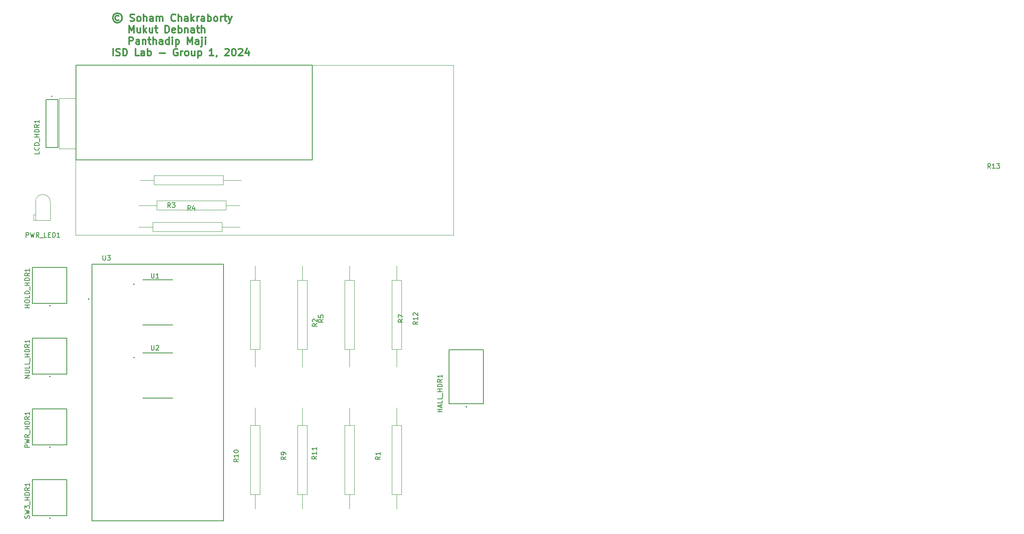
<source format=gbr>
%TF.GenerationSoftware,KiCad,Pcbnew,7.0.2*%
%TF.CreationDate,2024-03-19T15:43:20+05:30*%
%TF.ProjectId,gauss_meter_kicad,67617573-735f-46d6-9574-65725f6b6963,rev?*%
%TF.SameCoordinates,Original*%
%TF.FileFunction,Legend,Top*%
%TF.FilePolarity,Positive*%
%FSLAX46Y46*%
G04 Gerber Fmt 4.6, Leading zero omitted, Abs format (unit mm)*
G04 Created by KiCad (PCBNEW 7.0.2) date 2024-03-19 15:43:20*
%MOMM*%
%LPD*%
G01*
G04 APERTURE LIST*
%ADD10C,0.300000*%
%ADD11C,0.150000*%
%ADD12C,0.127000*%
%ADD13C,0.200000*%
%ADD14C,0.120000*%
%ADD15C,0.100000*%
G04 APERTURE END LIST*
D10*
X101139428Y-35833571D02*
X100996571Y-35762142D01*
X100996571Y-35762142D02*
X100710857Y-35762142D01*
X100710857Y-35762142D02*
X100568000Y-35833571D01*
X100568000Y-35833571D02*
X100425142Y-35976428D01*
X100425142Y-35976428D02*
X100353714Y-36119285D01*
X100353714Y-36119285D02*
X100353714Y-36405000D01*
X100353714Y-36405000D02*
X100425142Y-36547857D01*
X100425142Y-36547857D02*
X100568000Y-36690714D01*
X100568000Y-36690714D02*
X100710857Y-36762142D01*
X100710857Y-36762142D02*
X100996571Y-36762142D01*
X100996571Y-36762142D02*
X101139428Y-36690714D01*
X100853714Y-35262142D02*
X100496571Y-35333571D01*
X100496571Y-35333571D02*
X100139428Y-35547857D01*
X100139428Y-35547857D02*
X99925142Y-35905000D01*
X99925142Y-35905000D02*
X99853714Y-36262142D01*
X99853714Y-36262142D02*
X99925142Y-36619285D01*
X99925142Y-36619285D02*
X100139428Y-36976428D01*
X100139428Y-36976428D02*
X100496571Y-37190714D01*
X100496571Y-37190714D02*
X100853714Y-37262142D01*
X100853714Y-37262142D02*
X101210857Y-37190714D01*
X101210857Y-37190714D02*
X101568000Y-36976428D01*
X101568000Y-36976428D02*
X101782285Y-36619285D01*
X101782285Y-36619285D02*
X101853714Y-36262142D01*
X101853714Y-36262142D02*
X101782285Y-35905000D01*
X101782285Y-35905000D02*
X101568000Y-35547857D01*
X101568000Y-35547857D02*
X101210857Y-35333571D01*
X101210857Y-35333571D02*
X100853714Y-35262142D01*
X103568000Y-36905000D02*
X103782286Y-36976428D01*
X103782286Y-36976428D02*
X104139428Y-36976428D01*
X104139428Y-36976428D02*
X104282286Y-36905000D01*
X104282286Y-36905000D02*
X104353714Y-36833571D01*
X104353714Y-36833571D02*
X104425143Y-36690714D01*
X104425143Y-36690714D02*
X104425143Y-36547857D01*
X104425143Y-36547857D02*
X104353714Y-36405000D01*
X104353714Y-36405000D02*
X104282286Y-36333571D01*
X104282286Y-36333571D02*
X104139428Y-36262142D01*
X104139428Y-36262142D02*
X103853714Y-36190714D01*
X103853714Y-36190714D02*
X103710857Y-36119285D01*
X103710857Y-36119285D02*
X103639428Y-36047857D01*
X103639428Y-36047857D02*
X103568000Y-35905000D01*
X103568000Y-35905000D02*
X103568000Y-35762142D01*
X103568000Y-35762142D02*
X103639428Y-35619285D01*
X103639428Y-35619285D02*
X103710857Y-35547857D01*
X103710857Y-35547857D02*
X103853714Y-35476428D01*
X103853714Y-35476428D02*
X104210857Y-35476428D01*
X104210857Y-35476428D02*
X104425143Y-35547857D01*
X105282285Y-36976428D02*
X105139428Y-36905000D01*
X105139428Y-36905000D02*
X105067999Y-36833571D01*
X105067999Y-36833571D02*
X104996571Y-36690714D01*
X104996571Y-36690714D02*
X104996571Y-36262142D01*
X104996571Y-36262142D02*
X105067999Y-36119285D01*
X105067999Y-36119285D02*
X105139428Y-36047857D01*
X105139428Y-36047857D02*
X105282285Y-35976428D01*
X105282285Y-35976428D02*
X105496571Y-35976428D01*
X105496571Y-35976428D02*
X105639428Y-36047857D01*
X105639428Y-36047857D02*
X105710857Y-36119285D01*
X105710857Y-36119285D02*
X105782285Y-36262142D01*
X105782285Y-36262142D02*
X105782285Y-36690714D01*
X105782285Y-36690714D02*
X105710857Y-36833571D01*
X105710857Y-36833571D02*
X105639428Y-36905000D01*
X105639428Y-36905000D02*
X105496571Y-36976428D01*
X105496571Y-36976428D02*
X105282285Y-36976428D01*
X106425142Y-36976428D02*
X106425142Y-35476428D01*
X107068000Y-36976428D02*
X107068000Y-36190714D01*
X107068000Y-36190714D02*
X106996571Y-36047857D01*
X106996571Y-36047857D02*
X106853714Y-35976428D01*
X106853714Y-35976428D02*
X106639428Y-35976428D01*
X106639428Y-35976428D02*
X106496571Y-36047857D01*
X106496571Y-36047857D02*
X106425142Y-36119285D01*
X108425143Y-36976428D02*
X108425143Y-36190714D01*
X108425143Y-36190714D02*
X108353714Y-36047857D01*
X108353714Y-36047857D02*
X108210857Y-35976428D01*
X108210857Y-35976428D02*
X107925143Y-35976428D01*
X107925143Y-35976428D02*
X107782285Y-36047857D01*
X108425143Y-36905000D02*
X108282285Y-36976428D01*
X108282285Y-36976428D02*
X107925143Y-36976428D01*
X107925143Y-36976428D02*
X107782285Y-36905000D01*
X107782285Y-36905000D02*
X107710857Y-36762142D01*
X107710857Y-36762142D02*
X107710857Y-36619285D01*
X107710857Y-36619285D02*
X107782285Y-36476428D01*
X107782285Y-36476428D02*
X107925143Y-36405000D01*
X107925143Y-36405000D02*
X108282285Y-36405000D01*
X108282285Y-36405000D02*
X108425143Y-36333571D01*
X109139428Y-36976428D02*
X109139428Y-35976428D01*
X109139428Y-36119285D02*
X109210857Y-36047857D01*
X109210857Y-36047857D02*
X109353714Y-35976428D01*
X109353714Y-35976428D02*
X109568000Y-35976428D01*
X109568000Y-35976428D02*
X109710857Y-36047857D01*
X109710857Y-36047857D02*
X109782286Y-36190714D01*
X109782286Y-36190714D02*
X109782286Y-36976428D01*
X109782286Y-36190714D02*
X109853714Y-36047857D01*
X109853714Y-36047857D02*
X109996571Y-35976428D01*
X109996571Y-35976428D02*
X110210857Y-35976428D01*
X110210857Y-35976428D02*
X110353714Y-36047857D01*
X110353714Y-36047857D02*
X110425143Y-36190714D01*
X110425143Y-36190714D02*
X110425143Y-36976428D01*
X113139428Y-36833571D02*
X113068000Y-36905000D01*
X113068000Y-36905000D02*
X112853714Y-36976428D01*
X112853714Y-36976428D02*
X112710857Y-36976428D01*
X112710857Y-36976428D02*
X112496571Y-36905000D01*
X112496571Y-36905000D02*
X112353714Y-36762142D01*
X112353714Y-36762142D02*
X112282285Y-36619285D01*
X112282285Y-36619285D02*
X112210857Y-36333571D01*
X112210857Y-36333571D02*
X112210857Y-36119285D01*
X112210857Y-36119285D02*
X112282285Y-35833571D01*
X112282285Y-35833571D02*
X112353714Y-35690714D01*
X112353714Y-35690714D02*
X112496571Y-35547857D01*
X112496571Y-35547857D02*
X112710857Y-35476428D01*
X112710857Y-35476428D02*
X112853714Y-35476428D01*
X112853714Y-35476428D02*
X113068000Y-35547857D01*
X113068000Y-35547857D02*
X113139428Y-35619285D01*
X113782285Y-36976428D02*
X113782285Y-35476428D01*
X114425143Y-36976428D02*
X114425143Y-36190714D01*
X114425143Y-36190714D02*
X114353714Y-36047857D01*
X114353714Y-36047857D02*
X114210857Y-35976428D01*
X114210857Y-35976428D02*
X113996571Y-35976428D01*
X113996571Y-35976428D02*
X113853714Y-36047857D01*
X113853714Y-36047857D02*
X113782285Y-36119285D01*
X115782286Y-36976428D02*
X115782286Y-36190714D01*
X115782286Y-36190714D02*
X115710857Y-36047857D01*
X115710857Y-36047857D02*
X115568000Y-35976428D01*
X115568000Y-35976428D02*
X115282286Y-35976428D01*
X115282286Y-35976428D02*
X115139428Y-36047857D01*
X115782286Y-36905000D02*
X115639428Y-36976428D01*
X115639428Y-36976428D02*
X115282286Y-36976428D01*
X115282286Y-36976428D02*
X115139428Y-36905000D01*
X115139428Y-36905000D02*
X115068000Y-36762142D01*
X115068000Y-36762142D02*
X115068000Y-36619285D01*
X115068000Y-36619285D02*
X115139428Y-36476428D01*
X115139428Y-36476428D02*
X115282286Y-36405000D01*
X115282286Y-36405000D02*
X115639428Y-36405000D01*
X115639428Y-36405000D02*
X115782286Y-36333571D01*
X116496571Y-36976428D02*
X116496571Y-35476428D01*
X116639429Y-36405000D02*
X117068000Y-36976428D01*
X117068000Y-35976428D02*
X116496571Y-36547857D01*
X117710857Y-36976428D02*
X117710857Y-35976428D01*
X117710857Y-36262142D02*
X117782286Y-36119285D01*
X117782286Y-36119285D02*
X117853715Y-36047857D01*
X117853715Y-36047857D02*
X117996572Y-35976428D01*
X117996572Y-35976428D02*
X118139429Y-35976428D01*
X119282286Y-36976428D02*
X119282286Y-36190714D01*
X119282286Y-36190714D02*
X119210857Y-36047857D01*
X119210857Y-36047857D02*
X119068000Y-35976428D01*
X119068000Y-35976428D02*
X118782286Y-35976428D01*
X118782286Y-35976428D02*
X118639428Y-36047857D01*
X119282286Y-36905000D02*
X119139428Y-36976428D01*
X119139428Y-36976428D02*
X118782286Y-36976428D01*
X118782286Y-36976428D02*
X118639428Y-36905000D01*
X118639428Y-36905000D02*
X118568000Y-36762142D01*
X118568000Y-36762142D02*
X118568000Y-36619285D01*
X118568000Y-36619285D02*
X118639428Y-36476428D01*
X118639428Y-36476428D02*
X118782286Y-36405000D01*
X118782286Y-36405000D02*
X119139428Y-36405000D01*
X119139428Y-36405000D02*
X119282286Y-36333571D01*
X119996571Y-36976428D02*
X119996571Y-35476428D01*
X119996571Y-36047857D02*
X120139429Y-35976428D01*
X120139429Y-35976428D02*
X120425143Y-35976428D01*
X120425143Y-35976428D02*
X120568000Y-36047857D01*
X120568000Y-36047857D02*
X120639429Y-36119285D01*
X120639429Y-36119285D02*
X120710857Y-36262142D01*
X120710857Y-36262142D02*
X120710857Y-36690714D01*
X120710857Y-36690714D02*
X120639429Y-36833571D01*
X120639429Y-36833571D02*
X120568000Y-36905000D01*
X120568000Y-36905000D02*
X120425143Y-36976428D01*
X120425143Y-36976428D02*
X120139429Y-36976428D01*
X120139429Y-36976428D02*
X119996571Y-36905000D01*
X121568000Y-36976428D02*
X121425143Y-36905000D01*
X121425143Y-36905000D02*
X121353714Y-36833571D01*
X121353714Y-36833571D02*
X121282286Y-36690714D01*
X121282286Y-36690714D02*
X121282286Y-36262142D01*
X121282286Y-36262142D02*
X121353714Y-36119285D01*
X121353714Y-36119285D02*
X121425143Y-36047857D01*
X121425143Y-36047857D02*
X121568000Y-35976428D01*
X121568000Y-35976428D02*
X121782286Y-35976428D01*
X121782286Y-35976428D02*
X121925143Y-36047857D01*
X121925143Y-36047857D02*
X121996572Y-36119285D01*
X121996572Y-36119285D02*
X122068000Y-36262142D01*
X122068000Y-36262142D02*
X122068000Y-36690714D01*
X122068000Y-36690714D02*
X121996572Y-36833571D01*
X121996572Y-36833571D02*
X121925143Y-36905000D01*
X121925143Y-36905000D02*
X121782286Y-36976428D01*
X121782286Y-36976428D02*
X121568000Y-36976428D01*
X122710857Y-36976428D02*
X122710857Y-35976428D01*
X122710857Y-36262142D02*
X122782286Y-36119285D01*
X122782286Y-36119285D02*
X122853715Y-36047857D01*
X122853715Y-36047857D02*
X122996572Y-35976428D01*
X122996572Y-35976428D02*
X123139429Y-35976428D01*
X123425143Y-35976428D02*
X123996571Y-35976428D01*
X123639428Y-35476428D02*
X123639428Y-36762142D01*
X123639428Y-36762142D02*
X123710857Y-36905000D01*
X123710857Y-36905000D02*
X123853714Y-36976428D01*
X123853714Y-36976428D02*
X123996571Y-36976428D01*
X124353714Y-35976428D02*
X124710857Y-36976428D01*
X125068000Y-35976428D02*
X124710857Y-36976428D01*
X124710857Y-36976428D02*
X124568000Y-37333571D01*
X124568000Y-37333571D02*
X124496571Y-37405000D01*
X124496571Y-37405000D02*
X124353714Y-37476428D01*
X103353713Y-39406428D02*
X103353713Y-37906428D01*
X103353713Y-37906428D02*
X103853713Y-38977857D01*
X103853713Y-38977857D02*
X104353713Y-37906428D01*
X104353713Y-37906428D02*
X104353713Y-39406428D01*
X105710857Y-38406428D02*
X105710857Y-39406428D01*
X105067999Y-38406428D02*
X105067999Y-39192142D01*
X105067999Y-39192142D02*
X105139428Y-39335000D01*
X105139428Y-39335000D02*
X105282285Y-39406428D01*
X105282285Y-39406428D02*
X105496571Y-39406428D01*
X105496571Y-39406428D02*
X105639428Y-39335000D01*
X105639428Y-39335000D02*
X105710857Y-39263571D01*
X106425142Y-39406428D02*
X106425142Y-37906428D01*
X106568000Y-38835000D02*
X106996571Y-39406428D01*
X106996571Y-38406428D02*
X106425142Y-38977857D01*
X108282286Y-38406428D02*
X108282286Y-39406428D01*
X107639428Y-38406428D02*
X107639428Y-39192142D01*
X107639428Y-39192142D02*
X107710857Y-39335000D01*
X107710857Y-39335000D02*
X107853714Y-39406428D01*
X107853714Y-39406428D02*
X108068000Y-39406428D01*
X108068000Y-39406428D02*
X108210857Y-39335000D01*
X108210857Y-39335000D02*
X108282286Y-39263571D01*
X108782286Y-38406428D02*
X109353714Y-38406428D01*
X108996571Y-37906428D02*
X108996571Y-39192142D01*
X108996571Y-39192142D02*
X109068000Y-39335000D01*
X109068000Y-39335000D02*
X109210857Y-39406428D01*
X109210857Y-39406428D02*
X109353714Y-39406428D01*
X110996571Y-39406428D02*
X110996571Y-37906428D01*
X110996571Y-37906428D02*
X111353714Y-37906428D01*
X111353714Y-37906428D02*
X111568000Y-37977857D01*
X111568000Y-37977857D02*
X111710857Y-38120714D01*
X111710857Y-38120714D02*
X111782286Y-38263571D01*
X111782286Y-38263571D02*
X111853714Y-38549285D01*
X111853714Y-38549285D02*
X111853714Y-38763571D01*
X111853714Y-38763571D02*
X111782286Y-39049285D01*
X111782286Y-39049285D02*
X111710857Y-39192142D01*
X111710857Y-39192142D02*
X111568000Y-39335000D01*
X111568000Y-39335000D02*
X111353714Y-39406428D01*
X111353714Y-39406428D02*
X110996571Y-39406428D01*
X113068000Y-39335000D02*
X112925143Y-39406428D01*
X112925143Y-39406428D02*
X112639429Y-39406428D01*
X112639429Y-39406428D02*
X112496571Y-39335000D01*
X112496571Y-39335000D02*
X112425143Y-39192142D01*
X112425143Y-39192142D02*
X112425143Y-38620714D01*
X112425143Y-38620714D02*
X112496571Y-38477857D01*
X112496571Y-38477857D02*
X112639429Y-38406428D01*
X112639429Y-38406428D02*
X112925143Y-38406428D01*
X112925143Y-38406428D02*
X113068000Y-38477857D01*
X113068000Y-38477857D02*
X113139429Y-38620714D01*
X113139429Y-38620714D02*
X113139429Y-38763571D01*
X113139429Y-38763571D02*
X112425143Y-38906428D01*
X113782285Y-39406428D02*
X113782285Y-37906428D01*
X113782285Y-38477857D02*
X113925143Y-38406428D01*
X113925143Y-38406428D02*
X114210857Y-38406428D01*
X114210857Y-38406428D02*
X114353714Y-38477857D01*
X114353714Y-38477857D02*
X114425143Y-38549285D01*
X114425143Y-38549285D02*
X114496571Y-38692142D01*
X114496571Y-38692142D02*
X114496571Y-39120714D01*
X114496571Y-39120714D02*
X114425143Y-39263571D01*
X114425143Y-39263571D02*
X114353714Y-39335000D01*
X114353714Y-39335000D02*
X114210857Y-39406428D01*
X114210857Y-39406428D02*
X113925143Y-39406428D01*
X113925143Y-39406428D02*
X113782285Y-39335000D01*
X115139428Y-38406428D02*
X115139428Y-39406428D01*
X115139428Y-38549285D02*
X115210857Y-38477857D01*
X115210857Y-38477857D02*
X115353714Y-38406428D01*
X115353714Y-38406428D02*
X115568000Y-38406428D01*
X115568000Y-38406428D02*
X115710857Y-38477857D01*
X115710857Y-38477857D02*
X115782286Y-38620714D01*
X115782286Y-38620714D02*
X115782286Y-39406428D01*
X117139429Y-39406428D02*
X117139429Y-38620714D01*
X117139429Y-38620714D02*
X117068000Y-38477857D01*
X117068000Y-38477857D02*
X116925143Y-38406428D01*
X116925143Y-38406428D02*
X116639429Y-38406428D01*
X116639429Y-38406428D02*
X116496571Y-38477857D01*
X117139429Y-39335000D02*
X116996571Y-39406428D01*
X116996571Y-39406428D02*
X116639429Y-39406428D01*
X116639429Y-39406428D02*
X116496571Y-39335000D01*
X116496571Y-39335000D02*
X116425143Y-39192142D01*
X116425143Y-39192142D02*
X116425143Y-39049285D01*
X116425143Y-39049285D02*
X116496571Y-38906428D01*
X116496571Y-38906428D02*
X116639429Y-38835000D01*
X116639429Y-38835000D02*
X116996571Y-38835000D01*
X116996571Y-38835000D02*
X117139429Y-38763571D01*
X117639429Y-38406428D02*
X118210857Y-38406428D01*
X117853714Y-37906428D02*
X117853714Y-39192142D01*
X117853714Y-39192142D02*
X117925143Y-39335000D01*
X117925143Y-39335000D02*
X118068000Y-39406428D01*
X118068000Y-39406428D02*
X118210857Y-39406428D01*
X118710857Y-39406428D02*
X118710857Y-37906428D01*
X119353715Y-39406428D02*
X119353715Y-38620714D01*
X119353715Y-38620714D02*
X119282286Y-38477857D01*
X119282286Y-38477857D02*
X119139429Y-38406428D01*
X119139429Y-38406428D02*
X118925143Y-38406428D01*
X118925143Y-38406428D02*
X118782286Y-38477857D01*
X118782286Y-38477857D02*
X118710857Y-38549285D01*
X103353713Y-41836428D02*
X103353713Y-40336428D01*
X103353713Y-40336428D02*
X103925142Y-40336428D01*
X103925142Y-40336428D02*
X104067999Y-40407857D01*
X104067999Y-40407857D02*
X104139428Y-40479285D01*
X104139428Y-40479285D02*
X104210856Y-40622142D01*
X104210856Y-40622142D02*
X104210856Y-40836428D01*
X104210856Y-40836428D02*
X104139428Y-40979285D01*
X104139428Y-40979285D02*
X104067999Y-41050714D01*
X104067999Y-41050714D02*
X103925142Y-41122142D01*
X103925142Y-41122142D02*
X103353713Y-41122142D01*
X105496571Y-41836428D02*
X105496571Y-41050714D01*
X105496571Y-41050714D02*
X105425142Y-40907857D01*
X105425142Y-40907857D02*
X105282285Y-40836428D01*
X105282285Y-40836428D02*
X104996571Y-40836428D01*
X104996571Y-40836428D02*
X104853713Y-40907857D01*
X105496571Y-41765000D02*
X105353713Y-41836428D01*
X105353713Y-41836428D02*
X104996571Y-41836428D01*
X104996571Y-41836428D02*
X104853713Y-41765000D01*
X104853713Y-41765000D02*
X104782285Y-41622142D01*
X104782285Y-41622142D02*
X104782285Y-41479285D01*
X104782285Y-41479285D02*
X104853713Y-41336428D01*
X104853713Y-41336428D02*
X104996571Y-41265000D01*
X104996571Y-41265000D02*
X105353713Y-41265000D01*
X105353713Y-41265000D02*
X105496571Y-41193571D01*
X106210856Y-40836428D02*
X106210856Y-41836428D01*
X106210856Y-40979285D02*
X106282285Y-40907857D01*
X106282285Y-40907857D02*
X106425142Y-40836428D01*
X106425142Y-40836428D02*
X106639428Y-40836428D01*
X106639428Y-40836428D02*
X106782285Y-40907857D01*
X106782285Y-40907857D02*
X106853714Y-41050714D01*
X106853714Y-41050714D02*
X106853714Y-41836428D01*
X107353714Y-40836428D02*
X107925142Y-40836428D01*
X107567999Y-40336428D02*
X107567999Y-41622142D01*
X107567999Y-41622142D02*
X107639428Y-41765000D01*
X107639428Y-41765000D02*
X107782285Y-41836428D01*
X107782285Y-41836428D02*
X107925142Y-41836428D01*
X108425142Y-41836428D02*
X108425142Y-40336428D01*
X109068000Y-41836428D02*
X109068000Y-41050714D01*
X109068000Y-41050714D02*
X108996571Y-40907857D01*
X108996571Y-40907857D02*
X108853714Y-40836428D01*
X108853714Y-40836428D02*
X108639428Y-40836428D01*
X108639428Y-40836428D02*
X108496571Y-40907857D01*
X108496571Y-40907857D02*
X108425142Y-40979285D01*
X110425143Y-41836428D02*
X110425143Y-41050714D01*
X110425143Y-41050714D02*
X110353714Y-40907857D01*
X110353714Y-40907857D02*
X110210857Y-40836428D01*
X110210857Y-40836428D02*
X109925143Y-40836428D01*
X109925143Y-40836428D02*
X109782285Y-40907857D01*
X110425143Y-41765000D02*
X110282285Y-41836428D01*
X110282285Y-41836428D02*
X109925143Y-41836428D01*
X109925143Y-41836428D02*
X109782285Y-41765000D01*
X109782285Y-41765000D02*
X109710857Y-41622142D01*
X109710857Y-41622142D02*
X109710857Y-41479285D01*
X109710857Y-41479285D02*
X109782285Y-41336428D01*
X109782285Y-41336428D02*
X109925143Y-41265000D01*
X109925143Y-41265000D02*
X110282285Y-41265000D01*
X110282285Y-41265000D02*
X110425143Y-41193571D01*
X111782286Y-41836428D02*
X111782286Y-40336428D01*
X111782286Y-41765000D02*
X111639428Y-41836428D01*
X111639428Y-41836428D02*
X111353714Y-41836428D01*
X111353714Y-41836428D02*
X111210857Y-41765000D01*
X111210857Y-41765000D02*
X111139428Y-41693571D01*
X111139428Y-41693571D02*
X111068000Y-41550714D01*
X111068000Y-41550714D02*
X111068000Y-41122142D01*
X111068000Y-41122142D02*
X111139428Y-40979285D01*
X111139428Y-40979285D02*
X111210857Y-40907857D01*
X111210857Y-40907857D02*
X111353714Y-40836428D01*
X111353714Y-40836428D02*
X111639428Y-40836428D01*
X111639428Y-40836428D02*
X111782286Y-40907857D01*
X112496571Y-41836428D02*
X112496571Y-40836428D01*
X112496571Y-40336428D02*
X112425143Y-40407857D01*
X112425143Y-40407857D02*
X112496571Y-40479285D01*
X112496571Y-40479285D02*
X112568000Y-40407857D01*
X112568000Y-40407857D02*
X112496571Y-40336428D01*
X112496571Y-40336428D02*
X112496571Y-40479285D01*
X113210857Y-40836428D02*
X113210857Y-42336428D01*
X113210857Y-40907857D02*
X113353715Y-40836428D01*
X113353715Y-40836428D02*
X113639429Y-40836428D01*
X113639429Y-40836428D02*
X113782286Y-40907857D01*
X113782286Y-40907857D02*
X113853715Y-40979285D01*
X113853715Y-40979285D02*
X113925143Y-41122142D01*
X113925143Y-41122142D02*
X113925143Y-41550714D01*
X113925143Y-41550714D02*
X113853715Y-41693571D01*
X113853715Y-41693571D02*
X113782286Y-41765000D01*
X113782286Y-41765000D02*
X113639429Y-41836428D01*
X113639429Y-41836428D02*
X113353715Y-41836428D01*
X113353715Y-41836428D02*
X113210857Y-41765000D01*
X115710857Y-41836428D02*
X115710857Y-40336428D01*
X115710857Y-40336428D02*
X116210857Y-41407857D01*
X116210857Y-41407857D02*
X116710857Y-40336428D01*
X116710857Y-40336428D02*
X116710857Y-41836428D01*
X118068001Y-41836428D02*
X118068001Y-41050714D01*
X118068001Y-41050714D02*
X117996572Y-40907857D01*
X117996572Y-40907857D02*
X117853715Y-40836428D01*
X117853715Y-40836428D02*
X117568001Y-40836428D01*
X117568001Y-40836428D02*
X117425143Y-40907857D01*
X118068001Y-41765000D02*
X117925143Y-41836428D01*
X117925143Y-41836428D02*
X117568001Y-41836428D01*
X117568001Y-41836428D02*
X117425143Y-41765000D01*
X117425143Y-41765000D02*
X117353715Y-41622142D01*
X117353715Y-41622142D02*
X117353715Y-41479285D01*
X117353715Y-41479285D02*
X117425143Y-41336428D01*
X117425143Y-41336428D02*
X117568001Y-41265000D01*
X117568001Y-41265000D02*
X117925143Y-41265000D01*
X117925143Y-41265000D02*
X118068001Y-41193571D01*
X118782286Y-40836428D02*
X118782286Y-42122142D01*
X118782286Y-42122142D02*
X118710858Y-42265000D01*
X118710858Y-42265000D02*
X118568001Y-42336428D01*
X118568001Y-42336428D02*
X118496572Y-42336428D01*
X118782286Y-40336428D02*
X118710858Y-40407857D01*
X118710858Y-40407857D02*
X118782286Y-40479285D01*
X118782286Y-40479285D02*
X118853715Y-40407857D01*
X118853715Y-40407857D02*
X118782286Y-40336428D01*
X118782286Y-40336428D02*
X118782286Y-40479285D01*
X119496572Y-41836428D02*
X119496572Y-40836428D01*
X119496572Y-40336428D02*
X119425144Y-40407857D01*
X119425144Y-40407857D02*
X119496572Y-40479285D01*
X119496572Y-40479285D02*
X119568001Y-40407857D01*
X119568001Y-40407857D02*
X119496572Y-40336428D01*
X119496572Y-40336428D02*
X119496572Y-40479285D01*
X99925142Y-44266428D02*
X99925142Y-42766428D01*
X100568000Y-44195000D02*
X100782286Y-44266428D01*
X100782286Y-44266428D02*
X101139428Y-44266428D01*
X101139428Y-44266428D02*
X101282286Y-44195000D01*
X101282286Y-44195000D02*
X101353714Y-44123571D01*
X101353714Y-44123571D02*
X101425143Y-43980714D01*
X101425143Y-43980714D02*
X101425143Y-43837857D01*
X101425143Y-43837857D02*
X101353714Y-43695000D01*
X101353714Y-43695000D02*
X101282286Y-43623571D01*
X101282286Y-43623571D02*
X101139428Y-43552142D01*
X101139428Y-43552142D02*
X100853714Y-43480714D01*
X100853714Y-43480714D02*
X100710857Y-43409285D01*
X100710857Y-43409285D02*
X100639428Y-43337857D01*
X100639428Y-43337857D02*
X100568000Y-43195000D01*
X100568000Y-43195000D02*
X100568000Y-43052142D01*
X100568000Y-43052142D02*
X100639428Y-42909285D01*
X100639428Y-42909285D02*
X100710857Y-42837857D01*
X100710857Y-42837857D02*
X100853714Y-42766428D01*
X100853714Y-42766428D02*
X101210857Y-42766428D01*
X101210857Y-42766428D02*
X101425143Y-42837857D01*
X102067999Y-44266428D02*
X102067999Y-42766428D01*
X102067999Y-42766428D02*
X102425142Y-42766428D01*
X102425142Y-42766428D02*
X102639428Y-42837857D01*
X102639428Y-42837857D02*
X102782285Y-42980714D01*
X102782285Y-42980714D02*
X102853714Y-43123571D01*
X102853714Y-43123571D02*
X102925142Y-43409285D01*
X102925142Y-43409285D02*
X102925142Y-43623571D01*
X102925142Y-43623571D02*
X102853714Y-43909285D01*
X102853714Y-43909285D02*
X102782285Y-44052142D01*
X102782285Y-44052142D02*
X102639428Y-44195000D01*
X102639428Y-44195000D02*
X102425142Y-44266428D01*
X102425142Y-44266428D02*
X102067999Y-44266428D01*
X105425142Y-44266428D02*
X104710856Y-44266428D01*
X104710856Y-44266428D02*
X104710856Y-42766428D01*
X106568000Y-44266428D02*
X106568000Y-43480714D01*
X106568000Y-43480714D02*
X106496571Y-43337857D01*
X106496571Y-43337857D02*
X106353714Y-43266428D01*
X106353714Y-43266428D02*
X106068000Y-43266428D01*
X106068000Y-43266428D02*
X105925142Y-43337857D01*
X106568000Y-44195000D02*
X106425142Y-44266428D01*
X106425142Y-44266428D02*
X106068000Y-44266428D01*
X106068000Y-44266428D02*
X105925142Y-44195000D01*
X105925142Y-44195000D02*
X105853714Y-44052142D01*
X105853714Y-44052142D02*
X105853714Y-43909285D01*
X105853714Y-43909285D02*
X105925142Y-43766428D01*
X105925142Y-43766428D02*
X106068000Y-43695000D01*
X106068000Y-43695000D02*
X106425142Y-43695000D01*
X106425142Y-43695000D02*
X106568000Y-43623571D01*
X107282285Y-44266428D02*
X107282285Y-42766428D01*
X107282285Y-43337857D02*
X107425143Y-43266428D01*
X107425143Y-43266428D02*
X107710857Y-43266428D01*
X107710857Y-43266428D02*
X107853714Y-43337857D01*
X107853714Y-43337857D02*
X107925143Y-43409285D01*
X107925143Y-43409285D02*
X107996571Y-43552142D01*
X107996571Y-43552142D02*
X107996571Y-43980714D01*
X107996571Y-43980714D02*
X107925143Y-44123571D01*
X107925143Y-44123571D02*
X107853714Y-44195000D01*
X107853714Y-44195000D02*
X107710857Y-44266428D01*
X107710857Y-44266428D02*
X107425143Y-44266428D01*
X107425143Y-44266428D02*
X107282285Y-44195000D01*
X109782285Y-43695000D02*
X110925143Y-43695000D01*
X113568000Y-42837857D02*
X113425143Y-42766428D01*
X113425143Y-42766428D02*
X113210857Y-42766428D01*
X113210857Y-42766428D02*
X112996571Y-42837857D01*
X112996571Y-42837857D02*
X112853714Y-42980714D01*
X112853714Y-42980714D02*
X112782285Y-43123571D01*
X112782285Y-43123571D02*
X112710857Y-43409285D01*
X112710857Y-43409285D02*
X112710857Y-43623571D01*
X112710857Y-43623571D02*
X112782285Y-43909285D01*
X112782285Y-43909285D02*
X112853714Y-44052142D01*
X112853714Y-44052142D02*
X112996571Y-44195000D01*
X112996571Y-44195000D02*
X113210857Y-44266428D01*
X113210857Y-44266428D02*
X113353714Y-44266428D01*
X113353714Y-44266428D02*
X113568000Y-44195000D01*
X113568000Y-44195000D02*
X113639428Y-44123571D01*
X113639428Y-44123571D02*
X113639428Y-43623571D01*
X113639428Y-43623571D02*
X113353714Y-43623571D01*
X114282285Y-44266428D02*
X114282285Y-43266428D01*
X114282285Y-43552142D02*
X114353714Y-43409285D01*
X114353714Y-43409285D02*
X114425143Y-43337857D01*
X114425143Y-43337857D02*
X114568000Y-43266428D01*
X114568000Y-43266428D02*
X114710857Y-43266428D01*
X115425142Y-44266428D02*
X115282285Y-44195000D01*
X115282285Y-44195000D02*
X115210856Y-44123571D01*
X115210856Y-44123571D02*
X115139428Y-43980714D01*
X115139428Y-43980714D02*
X115139428Y-43552142D01*
X115139428Y-43552142D02*
X115210856Y-43409285D01*
X115210856Y-43409285D02*
X115282285Y-43337857D01*
X115282285Y-43337857D02*
X115425142Y-43266428D01*
X115425142Y-43266428D02*
X115639428Y-43266428D01*
X115639428Y-43266428D02*
X115782285Y-43337857D01*
X115782285Y-43337857D02*
X115853714Y-43409285D01*
X115853714Y-43409285D02*
X115925142Y-43552142D01*
X115925142Y-43552142D02*
X115925142Y-43980714D01*
X115925142Y-43980714D02*
X115853714Y-44123571D01*
X115853714Y-44123571D02*
X115782285Y-44195000D01*
X115782285Y-44195000D02*
X115639428Y-44266428D01*
X115639428Y-44266428D02*
X115425142Y-44266428D01*
X117210857Y-43266428D02*
X117210857Y-44266428D01*
X116567999Y-43266428D02*
X116567999Y-44052142D01*
X116567999Y-44052142D02*
X116639428Y-44195000D01*
X116639428Y-44195000D02*
X116782285Y-44266428D01*
X116782285Y-44266428D02*
X116996571Y-44266428D01*
X116996571Y-44266428D02*
X117139428Y-44195000D01*
X117139428Y-44195000D02*
X117210857Y-44123571D01*
X117925142Y-43266428D02*
X117925142Y-44766428D01*
X117925142Y-43337857D02*
X118068000Y-43266428D01*
X118068000Y-43266428D02*
X118353714Y-43266428D01*
X118353714Y-43266428D02*
X118496571Y-43337857D01*
X118496571Y-43337857D02*
X118568000Y-43409285D01*
X118568000Y-43409285D02*
X118639428Y-43552142D01*
X118639428Y-43552142D02*
X118639428Y-43980714D01*
X118639428Y-43980714D02*
X118568000Y-44123571D01*
X118568000Y-44123571D02*
X118496571Y-44195000D01*
X118496571Y-44195000D02*
X118353714Y-44266428D01*
X118353714Y-44266428D02*
X118068000Y-44266428D01*
X118068000Y-44266428D02*
X117925142Y-44195000D01*
X121210857Y-44266428D02*
X120353714Y-44266428D01*
X120782285Y-44266428D02*
X120782285Y-42766428D01*
X120782285Y-42766428D02*
X120639428Y-42980714D01*
X120639428Y-42980714D02*
X120496571Y-43123571D01*
X120496571Y-43123571D02*
X120353714Y-43195000D01*
X121925142Y-44195000D02*
X121925142Y-44266428D01*
X121925142Y-44266428D02*
X121853713Y-44409285D01*
X121853713Y-44409285D02*
X121782285Y-44480714D01*
X123639428Y-42909285D02*
X123710856Y-42837857D01*
X123710856Y-42837857D02*
X123853714Y-42766428D01*
X123853714Y-42766428D02*
X124210856Y-42766428D01*
X124210856Y-42766428D02*
X124353714Y-42837857D01*
X124353714Y-42837857D02*
X124425142Y-42909285D01*
X124425142Y-42909285D02*
X124496571Y-43052142D01*
X124496571Y-43052142D02*
X124496571Y-43195000D01*
X124496571Y-43195000D02*
X124425142Y-43409285D01*
X124425142Y-43409285D02*
X123567999Y-44266428D01*
X123567999Y-44266428D02*
X124496571Y-44266428D01*
X125425142Y-42766428D02*
X125567999Y-42766428D01*
X125567999Y-42766428D02*
X125710856Y-42837857D01*
X125710856Y-42837857D02*
X125782285Y-42909285D01*
X125782285Y-42909285D02*
X125853713Y-43052142D01*
X125853713Y-43052142D02*
X125925142Y-43337857D01*
X125925142Y-43337857D02*
X125925142Y-43695000D01*
X125925142Y-43695000D02*
X125853713Y-43980714D01*
X125853713Y-43980714D02*
X125782285Y-44123571D01*
X125782285Y-44123571D02*
X125710856Y-44195000D01*
X125710856Y-44195000D02*
X125567999Y-44266428D01*
X125567999Y-44266428D02*
X125425142Y-44266428D01*
X125425142Y-44266428D02*
X125282285Y-44195000D01*
X125282285Y-44195000D02*
X125210856Y-44123571D01*
X125210856Y-44123571D02*
X125139427Y-43980714D01*
X125139427Y-43980714D02*
X125067999Y-43695000D01*
X125067999Y-43695000D02*
X125067999Y-43337857D01*
X125067999Y-43337857D02*
X125139427Y-43052142D01*
X125139427Y-43052142D02*
X125210856Y-42909285D01*
X125210856Y-42909285D02*
X125282285Y-42837857D01*
X125282285Y-42837857D02*
X125425142Y-42766428D01*
X126496570Y-42909285D02*
X126567998Y-42837857D01*
X126567998Y-42837857D02*
X126710856Y-42766428D01*
X126710856Y-42766428D02*
X127067998Y-42766428D01*
X127067998Y-42766428D02*
X127210856Y-42837857D01*
X127210856Y-42837857D02*
X127282284Y-42909285D01*
X127282284Y-42909285D02*
X127353713Y-43052142D01*
X127353713Y-43052142D02*
X127353713Y-43195000D01*
X127353713Y-43195000D02*
X127282284Y-43409285D01*
X127282284Y-43409285D02*
X126425141Y-44266428D01*
X126425141Y-44266428D02*
X127353713Y-44266428D01*
X128639427Y-43266428D02*
X128639427Y-44266428D01*
X128282284Y-42695000D02*
X127925141Y-43766428D01*
X127925141Y-43766428D02*
X128853712Y-43766428D01*
D11*
X92094000Y-46294000D02*
X142094000Y-46294000D01*
X142094000Y-66294000D01*
X92094000Y-66294000D01*
X92094000Y-46294000D01*
%TO.C,*%
%TO.C,HOLD_HDR1*%
X82237619Y-97618237D02*
X81237619Y-97618237D01*
X81713809Y-97618237D02*
X81713809Y-97046809D01*
X82237619Y-97046809D02*
X81237619Y-97046809D01*
X81237619Y-96380142D02*
X81237619Y-96189666D01*
X81237619Y-96189666D02*
X81285238Y-96094428D01*
X81285238Y-96094428D02*
X81380476Y-95999190D01*
X81380476Y-95999190D02*
X81570952Y-95951571D01*
X81570952Y-95951571D02*
X81904285Y-95951571D01*
X81904285Y-95951571D02*
X82094761Y-95999190D01*
X82094761Y-95999190D02*
X82190000Y-96094428D01*
X82190000Y-96094428D02*
X82237619Y-96189666D01*
X82237619Y-96189666D02*
X82237619Y-96380142D01*
X82237619Y-96380142D02*
X82190000Y-96475380D01*
X82190000Y-96475380D02*
X82094761Y-96570618D01*
X82094761Y-96570618D02*
X81904285Y-96618237D01*
X81904285Y-96618237D02*
X81570952Y-96618237D01*
X81570952Y-96618237D02*
X81380476Y-96570618D01*
X81380476Y-96570618D02*
X81285238Y-96475380D01*
X81285238Y-96475380D02*
X81237619Y-96380142D01*
X82237619Y-95046809D02*
X82237619Y-95522999D01*
X82237619Y-95522999D02*
X81237619Y-95522999D01*
X82237619Y-94713475D02*
X81237619Y-94713475D01*
X81237619Y-94713475D02*
X81237619Y-94475380D01*
X81237619Y-94475380D02*
X81285238Y-94332523D01*
X81285238Y-94332523D02*
X81380476Y-94237285D01*
X81380476Y-94237285D02*
X81475714Y-94189666D01*
X81475714Y-94189666D02*
X81666190Y-94142047D01*
X81666190Y-94142047D02*
X81809047Y-94142047D01*
X81809047Y-94142047D02*
X81999523Y-94189666D01*
X81999523Y-94189666D02*
X82094761Y-94237285D01*
X82094761Y-94237285D02*
X82190000Y-94332523D01*
X82190000Y-94332523D02*
X82237619Y-94475380D01*
X82237619Y-94475380D02*
X82237619Y-94713475D01*
X82332857Y-93951571D02*
X82332857Y-93189666D01*
X82237619Y-92951570D02*
X81237619Y-92951570D01*
X81713809Y-92951570D02*
X81713809Y-92380142D01*
X82237619Y-92380142D02*
X81237619Y-92380142D01*
X82237619Y-91903951D02*
X81237619Y-91903951D01*
X81237619Y-91903951D02*
X81237619Y-91665856D01*
X81237619Y-91665856D02*
X81285238Y-91522999D01*
X81285238Y-91522999D02*
X81380476Y-91427761D01*
X81380476Y-91427761D02*
X81475714Y-91380142D01*
X81475714Y-91380142D02*
X81666190Y-91332523D01*
X81666190Y-91332523D02*
X81809047Y-91332523D01*
X81809047Y-91332523D02*
X81999523Y-91380142D01*
X81999523Y-91380142D02*
X82094761Y-91427761D01*
X82094761Y-91427761D02*
X82190000Y-91522999D01*
X82190000Y-91522999D02*
X82237619Y-91665856D01*
X82237619Y-91665856D02*
X82237619Y-91903951D01*
X82237619Y-90332523D02*
X81761428Y-90665856D01*
X82237619Y-90903951D02*
X81237619Y-90903951D01*
X81237619Y-90903951D02*
X81237619Y-90522999D01*
X81237619Y-90522999D02*
X81285238Y-90427761D01*
X81285238Y-90427761D02*
X81332857Y-90380142D01*
X81332857Y-90380142D02*
X81428095Y-90332523D01*
X81428095Y-90332523D02*
X81570952Y-90332523D01*
X81570952Y-90332523D02*
X81666190Y-90380142D01*
X81666190Y-90380142D02*
X81713809Y-90427761D01*
X81713809Y-90427761D02*
X81761428Y-90522999D01*
X81761428Y-90522999D02*
X81761428Y-90903951D01*
X82237619Y-89380142D02*
X82237619Y-89951570D01*
X82237619Y-89665856D02*
X81237619Y-89665856D01*
X81237619Y-89665856D02*
X81380476Y-89761094D01*
X81380476Y-89761094D02*
X81475714Y-89856332D01*
X81475714Y-89856332D02*
X81523333Y-89951570D01*
%TO.C,R3*%
X112101333Y-76408619D02*
X111768000Y-75932428D01*
X111529905Y-76408619D02*
X111529905Y-75408619D01*
X111529905Y-75408619D02*
X111910857Y-75408619D01*
X111910857Y-75408619D02*
X112006095Y-75456238D01*
X112006095Y-75456238D02*
X112053714Y-75503857D01*
X112053714Y-75503857D02*
X112101333Y-75599095D01*
X112101333Y-75599095D02*
X112101333Y-75741952D01*
X112101333Y-75741952D02*
X112053714Y-75837190D01*
X112053714Y-75837190D02*
X112006095Y-75884809D01*
X112006095Y-75884809D02*
X111910857Y-75932428D01*
X111910857Y-75932428D02*
X111529905Y-75932428D01*
X112434667Y-75408619D02*
X113053714Y-75408619D01*
X113053714Y-75408619D02*
X112720381Y-75789571D01*
X112720381Y-75789571D02*
X112863238Y-75789571D01*
X112863238Y-75789571D02*
X112958476Y-75837190D01*
X112958476Y-75837190D02*
X113006095Y-75884809D01*
X113006095Y-75884809D02*
X113053714Y-75980047D01*
X113053714Y-75980047D02*
X113053714Y-76218142D01*
X113053714Y-76218142D02*
X113006095Y-76313380D01*
X113006095Y-76313380D02*
X112958476Y-76361000D01*
X112958476Y-76361000D02*
X112863238Y-76408619D01*
X112863238Y-76408619D02*
X112577524Y-76408619D01*
X112577524Y-76408619D02*
X112482286Y-76361000D01*
X112482286Y-76361000D02*
X112434667Y-76313380D01*
%TO.C,R10*%
X126492619Y-129688857D02*
X126016428Y-130022190D01*
X126492619Y-130260285D02*
X125492619Y-130260285D01*
X125492619Y-130260285D02*
X125492619Y-129879333D01*
X125492619Y-129879333D02*
X125540238Y-129784095D01*
X125540238Y-129784095D02*
X125587857Y-129736476D01*
X125587857Y-129736476D02*
X125683095Y-129688857D01*
X125683095Y-129688857D02*
X125825952Y-129688857D01*
X125825952Y-129688857D02*
X125921190Y-129736476D01*
X125921190Y-129736476D02*
X125968809Y-129784095D01*
X125968809Y-129784095D02*
X126016428Y-129879333D01*
X126016428Y-129879333D02*
X126016428Y-130260285D01*
X126492619Y-128736476D02*
X126492619Y-129307904D01*
X126492619Y-129022190D02*
X125492619Y-129022190D01*
X125492619Y-129022190D02*
X125635476Y-129117428D01*
X125635476Y-129117428D02*
X125730714Y-129212666D01*
X125730714Y-129212666D02*
X125778333Y-129307904D01*
X125492619Y-128117428D02*
X125492619Y-128022190D01*
X125492619Y-128022190D02*
X125540238Y-127926952D01*
X125540238Y-127926952D02*
X125587857Y-127879333D01*
X125587857Y-127879333D02*
X125683095Y-127831714D01*
X125683095Y-127831714D02*
X125873571Y-127784095D01*
X125873571Y-127784095D02*
X126111666Y-127784095D01*
X126111666Y-127784095D02*
X126302142Y-127831714D01*
X126302142Y-127831714D02*
X126397380Y-127879333D01*
X126397380Y-127879333D02*
X126445000Y-127926952D01*
X126445000Y-127926952D02*
X126492619Y-128022190D01*
X126492619Y-128022190D02*
X126492619Y-128117428D01*
X126492619Y-128117428D02*
X126445000Y-128212666D01*
X126445000Y-128212666D02*
X126397380Y-128260285D01*
X126397380Y-128260285D02*
X126302142Y-128307904D01*
X126302142Y-128307904D02*
X126111666Y-128355523D01*
X126111666Y-128355523D02*
X125873571Y-128355523D01*
X125873571Y-128355523D02*
X125683095Y-128307904D01*
X125683095Y-128307904D02*
X125587857Y-128260285D01*
X125587857Y-128260285D02*
X125540238Y-128212666D01*
X125540238Y-128212666D02*
X125492619Y-128117428D01*
%TO.C,SW3_HDR1*%
X82190000Y-142237285D02*
X82237619Y-142094428D01*
X82237619Y-142094428D02*
X82237619Y-141856333D01*
X82237619Y-141856333D02*
X82190000Y-141761095D01*
X82190000Y-141761095D02*
X82142380Y-141713476D01*
X82142380Y-141713476D02*
X82047142Y-141665857D01*
X82047142Y-141665857D02*
X81951904Y-141665857D01*
X81951904Y-141665857D02*
X81856666Y-141713476D01*
X81856666Y-141713476D02*
X81809047Y-141761095D01*
X81809047Y-141761095D02*
X81761428Y-141856333D01*
X81761428Y-141856333D02*
X81713809Y-142046809D01*
X81713809Y-142046809D02*
X81666190Y-142142047D01*
X81666190Y-142142047D02*
X81618571Y-142189666D01*
X81618571Y-142189666D02*
X81523333Y-142237285D01*
X81523333Y-142237285D02*
X81428095Y-142237285D01*
X81428095Y-142237285D02*
X81332857Y-142189666D01*
X81332857Y-142189666D02*
X81285238Y-142142047D01*
X81285238Y-142142047D02*
X81237619Y-142046809D01*
X81237619Y-142046809D02*
X81237619Y-141808714D01*
X81237619Y-141808714D02*
X81285238Y-141665857D01*
X81237619Y-141332523D02*
X82237619Y-141094428D01*
X82237619Y-141094428D02*
X81523333Y-140903952D01*
X81523333Y-140903952D02*
X82237619Y-140713476D01*
X82237619Y-140713476D02*
X81237619Y-140475381D01*
X81237619Y-140189666D02*
X81237619Y-139570619D01*
X81237619Y-139570619D02*
X81618571Y-139903952D01*
X81618571Y-139903952D02*
X81618571Y-139761095D01*
X81618571Y-139761095D02*
X81666190Y-139665857D01*
X81666190Y-139665857D02*
X81713809Y-139618238D01*
X81713809Y-139618238D02*
X81809047Y-139570619D01*
X81809047Y-139570619D02*
X82047142Y-139570619D01*
X82047142Y-139570619D02*
X82142380Y-139618238D01*
X82142380Y-139618238D02*
X82190000Y-139665857D01*
X82190000Y-139665857D02*
X82237619Y-139761095D01*
X82237619Y-139761095D02*
X82237619Y-140046809D01*
X82237619Y-140046809D02*
X82190000Y-140142047D01*
X82190000Y-140142047D02*
X82142380Y-140189666D01*
X82332857Y-139380143D02*
X82332857Y-138618238D01*
X82237619Y-138380142D02*
X81237619Y-138380142D01*
X81713809Y-138380142D02*
X81713809Y-137808714D01*
X82237619Y-137808714D02*
X81237619Y-137808714D01*
X82237619Y-137332523D02*
X81237619Y-137332523D01*
X81237619Y-137332523D02*
X81237619Y-137094428D01*
X81237619Y-137094428D02*
X81285238Y-136951571D01*
X81285238Y-136951571D02*
X81380476Y-136856333D01*
X81380476Y-136856333D02*
X81475714Y-136808714D01*
X81475714Y-136808714D02*
X81666190Y-136761095D01*
X81666190Y-136761095D02*
X81809047Y-136761095D01*
X81809047Y-136761095D02*
X81999523Y-136808714D01*
X81999523Y-136808714D02*
X82094761Y-136856333D01*
X82094761Y-136856333D02*
X82190000Y-136951571D01*
X82190000Y-136951571D02*
X82237619Y-137094428D01*
X82237619Y-137094428D02*
X82237619Y-137332523D01*
X82237619Y-135761095D02*
X81761428Y-136094428D01*
X82237619Y-136332523D02*
X81237619Y-136332523D01*
X81237619Y-136332523D02*
X81237619Y-135951571D01*
X81237619Y-135951571D02*
X81285238Y-135856333D01*
X81285238Y-135856333D02*
X81332857Y-135808714D01*
X81332857Y-135808714D02*
X81428095Y-135761095D01*
X81428095Y-135761095D02*
X81570952Y-135761095D01*
X81570952Y-135761095D02*
X81666190Y-135808714D01*
X81666190Y-135808714D02*
X81713809Y-135856333D01*
X81713809Y-135856333D02*
X81761428Y-135951571D01*
X81761428Y-135951571D02*
X81761428Y-136332523D01*
X82237619Y-134808714D02*
X82237619Y-135380142D01*
X82237619Y-135094428D02*
X81237619Y-135094428D01*
X81237619Y-135094428D02*
X81380476Y-135189666D01*
X81380476Y-135189666D02*
X81475714Y-135284904D01*
X81475714Y-135284904D02*
X81523333Y-135380142D01*
%TO.C,R12*%
X164432619Y-100596857D02*
X163956428Y-100930190D01*
X164432619Y-101168285D02*
X163432619Y-101168285D01*
X163432619Y-101168285D02*
X163432619Y-100787333D01*
X163432619Y-100787333D02*
X163480238Y-100692095D01*
X163480238Y-100692095D02*
X163527857Y-100644476D01*
X163527857Y-100644476D02*
X163623095Y-100596857D01*
X163623095Y-100596857D02*
X163765952Y-100596857D01*
X163765952Y-100596857D02*
X163861190Y-100644476D01*
X163861190Y-100644476D02*
X163908809Y-100692095D01*
X163908809Y-100692095D02*
X163956428Y-100787333D01*
X163956428Y-100787333D02*
X163956428Y-101168285D01*
X164432619Y-99644476D02*
X164432619Y-100215904D01*
X164432619Y-99930190D02*
X163432619Y-99930190D01*
X163432619Y-99930190D02*
X163575476Y-100025428D01*
X163575476Y-100025428D02*
X163670714Y-100120666D01*
X163670714Y-100120666D02*
X163718333Y-100215904D01*
X163527857Y-99263523D02*
X163480238Y-99215904D01*
X163480238Y-99215904D02*
X163432619Y-99120666D01*
X163432619Y-99120666D02*
X163432619Y-98882571D01*
X163432619Y-98882571D02*
X163480238Y-98787333D01*
X163480238Y-98787333D02*
X163527857Y-98739714D01*
X163527857Y-98739714D02*
X163623095Y-98692095D01*
X163623095Y-98692095D02*
X163718333Y-98692095D01*
X163718333Y-98692095D02*
X163861190Y-98739714D01*
X163861190Y-98739714D02*
X164432619Y-99311142D01*
X164432619Y-99311142D02*
X164432619Y-98692095D01*
%TO.C,PWR_HDR1*%
X82237619Y-127237285D02*
X81237619Y-127237285D01*
X81237619Y-127237285D02*
X81237619Y-126856333D01*
X81237619Y-126856333D02*
X81285238Y-126761095D01*
X81285238Y-126761095D02*
X81332857Y-126713476D01*
X81332857Y-126713476D02*
X81428095Y-126665857D01*
X81428095Y-126665857D02*
X81570952Y-126665857D01*
X81570952Y-126665857D02*
X81666190Y-126713476D01*
X81666190Y-126713476D02*
X81713809Y-126761095D01*
X81713809Y-126761095D02*
X81761428Y-126856333D01*
X81761428Y-126856333D02*
X81761428Y-127237285D01*
X81237619Y-126332523D02*
X82237619Y-126094428D01*
X82237619Y-126094428D02*
X81523333Y-125903952D01*
X81523333Y-125903952D02*
X82237619Y-125713476D01*
X82237619Y-125713476D02*
X81237619Y-125475381D01*
X82237619Y-124523000D02*
X81761428Y-124856333D01*
X82237619Y-125094428D02*
X81237619Y-125094428D01*
X81237619Y-125094428D02*
X81237619Y-124713476D01*
X81237619Y-124713476D02*
X81285238Y-124618238D01*
X81285238Y-124618238D02*
X81332857Y-124570619D01*
X81332857Y-124570619D02*
X81428095Y-124523000D01*
X81428095Y-124523000D02*
X81570952Y-124523000D01*
X81570952Y-124523000D02*
X81666190Y-124570619D01*
X81666190Y-124570619D02*
X81713809Y-124618238D01*
X81713809Y-124618238D02*
X81761428Y-124713476D01*
X81761428Y-124713476D02*
X81761428Y-125094428D01*
X82332857Y-124332524D02*
X82332857Y-123570619D01*
X82237619Y-123332523D02*
X81237619Y-123332523D01*
X81713809Y-123332523D02*
X81713809Y-122761095D01*
X82237619Y-122761095D02*
X81237619Y-122761095D01*
X82237619Y-122284904D02*
X81237619Y-122284904D01*
X81237619Y-122284904D02*
X81237619Y-122046809D01*
X81237619Y-122046809D02*
X81285238Y-121903952D01*
X81285238Y-121903952D02*
X81380476Y-121808714D01*
X81380476Y-121808714D02*
X81475714Y-121761095D01*
X81475714Y-121761095D02*
X81666190Y-121713476D01*
X81666190Y-121713476D02*
X81809047Y-121713476D01*
X81809047Y-121713476D02*
X81999523Y-121761095D01*
X81999523Y-121761095D02*
X82094761Y-121808714D01*
X82094761Y-121808714D02*
X82190000Y-121903952D01*
X82190000Y-121903952D02*
X82237619Y-122046809D01*
X82237619Y-122046809D02*
X82237619Y-122284904D01*
X82237619Y-120713476D02*
X81761428Y-121046809D01*
X82237619Y-121284904D02*
X81237619Y-121284904D01*
X81237619Y-121284904D02*
X81237619Y-120903952D01*
X81237619Y-120903952D02*
X81285238Y-120808714D01*
X81285238Y-120808714D02*
X81332857Y-120761095D01*
X81332857Y-120761095D02*
X81428095Y-120713476D01*
X81428095Y-120713476D02*
X81570952Y-120713476D01*
X81570952Y-120713476D02*
X81666190Y-120761095D01*
X81666190Y-120761095D02*
X81713809Y-120808714D01*
X81713809Y-120808714D02*
X81761428Y-120903952D01*
X81761428Y-120903952D02*
X81761428Y-121284904D01*
X82237619Y-119761095D02*
X82237619Y-120332523D01*
X82237619Y-120046809D02*
X81237619Y-120046809D01*
X81237619Y-120046809D02*
X81380476Y-120142047D01*
X81380476Y-120142047D02*
X81475714Y-120237285D01*
X81475714Y-120237285D02*
X81523333Y-120332523D01*
%TO.C,U1*%
X108053095Y-90355619D02*
X108053095Y-91165142D01*
X108053095Y-91165142D02*
X108100714Y-91260380D01*
X108100714Y-91260380D02*
X108148333Y-91308000D01*
X108148333Y-91308000D02*
X108243571Y-91355619D01*
X108243571Y-91355619D02*
X108434047Y-91355619D01*
X108434047Y-91355619D02*
X108529285Y-91308000D01*
X108529285Y-91308000D02*
X108576904Y-91260380D01*
X108576904Y-91260380D02*
X108624523Y-91165142D01*
X108624523Y-91165142D02*
X108624523Y-90355619D01*
X109624523Y-91355619D02*
X109053095Y-91355619D01*
X109338809Y-91355619D02*
X109338809Y-90355619D01*
X109338809Y-90355619D02*
X109243571Y-90498476D01*
X109243571Y-90498476D02*
X109148333Y-90593714D01*
X109148333Y-90593714D02*
X109053095Y-90641333D01*
%TO.C,R13*%
X285741142Y-68120619D02*
X285407809Y-67644428D01*
X285169714Y-68120619D02*
X285169714Y-67120619D01*
X285169714Y-67120619D02*
X285550666Y-67120619D01*
X285550666Y-67120619D02*
X285645904Y-67168238D01*
X285645904Y-67168238D02*
X285693523Y-67215857D01*
X285693523Y-67215857D02*
X285741142Y-67311095D01*
X285741142Y-67311095D02*
X285741142Y-67453952D01*
X285741142Y-67453952D02*
X285693523Y-67549190D01*
X285693523Y-67549190D02*
X285645904Y-67596809D01*
X285645904Y-67596809D02*
X285550666Y-67644428D01*
X285550666Y-67644428D02*
X285169714Y-67644428D01*
X286693523Y-68120619D02*
X286122095Y-68120619D01*
X286407809Y-68120619D02*
X286407809Y-67120619D01*
X286407809Y-67120619D02*
X286312571Y-67263476D01*
X286312571Y-67263476D02*
X286217333Y-67358714D01*
X286217333Y-67358714D02*
X286122095Y-67406333D01*
X287026857Y-67120619D02*
X287645904Y-67120619D01*
X287645904Y-67120619D02*
X287312571Y-67501571D01*
X287312571Y-67501571D02*
X287455428Y-67501571D01*
X287455428Y-67501571D02*
X287550666Y-67549190D01*
X287550666Y-67549190D02*
X287598285Y-67596809D01*
X287598285Y-67596809D02*
X287645904Y-67692047D01*
X287645904Y-67692047D02*
X287645904Y-67930142D01*
X287645904Y-67930142D02*
X287598285Y-68025380D01*
X287598285Y-68025380D02*
X287550666Y-68073000D01*
X287550666Y-68073000D02*
X287455428Y-68120619D01*
X287455428Y-68120619D02*
X287169714Y-68120619D01*
X287169714Y-68120619D02*
X287074476Y-68073000D01*
X287074476Y-68073000D02*
X287026857Y-68025380D01*
%TO.C,R5*%
X144432619Y-100120666D02*
X143956428Y-100453999D01*
X144432619Y-100692094D02*
X143432619Y-100692094D01*
X143432619Y-100692094D02*
X143432619Y-100311142D01*
X143432619Y-100311142D02*
X143480238Y-100215904D01*
X143480238Y-100215904D02*
X143527857Y-100168285D01*
X143527857Y-100168285D02*
X143623095Y-100120666D01*
X143623095Y-100120666D02*
X143765952Y-100120666D01*
X143765952Y-100120666D02*
X143861190Y-100168285D01*
X143861190Y-100168285D02*
X143908809Y-100215904D01*
X143908809Y-100215904D02*
X143956428Y-100311142D01*
X143956428Y-100311142D02*
X143956428Y-100692094D01*
X143432619Y-99215904D02*
X143432619Y-99692094D01*
X143432619Y-99692094D02*
X143908809Y-99739713D01*
X143908809Y-99739713D02*
X143861190Y-99692094D01*
X143861190Y-99692094D02*
X143813571Y-99596856D01*
X143813571Y-99596856D02*
X143813571Y-99358761D01*
X143813571Y-99358761D02*
X143861190Y-99263523D01*
X143861190Y-99263523D02*
X143908809Y-99215904D01*
X143908809Y-99215904D02*
X144004047Y-99168285D01*
X144004047Y-99168285D02*
X144242142Y-99168285D01*
X144242142Y-99168285D02*
X144337380Y-99215904D01*
X144337380Y-99215904D02*
X144385000Y-99263523D01*
X144385000Y-99263523D02*
X144432619Y-99358761D01*
X144432619Y-99358761D02*
X144432619Y-99596856D01*
X144432619Y-99596856D02*
X144385000Y-99692094D01*
X144385000Y-99692094D02*
X144337380Y-99739713D01*
%TO.C,NULL_HDR1*%
X82237619Y-112522999D02*
X81237619Y-112522999D01*
X81237619Y-112522999D02*
X82237619Y-111951571D01*
X82237619Y-111951571D02*
X81237619Y-111951571D01*
X81237619Y-111475380D02*
X82047142Y-111475380D01*
X82047142Y-111475380D02*
X82142380Y-111427761D01*
X82142380Y-111427761D02*
X82190000Y-111380142D01*
X82190000Y-111380142D02*
X82237619Y-111284904D01*
X82237619Y-111284904D02*
X82237619Y-111094428D01*
X82237619Y-111094428D02*
X82190000Y-110999190D01*
X82190000Y-110999190D02*
X82142380Y-110951571D01*
X82142380Y-110951571D02*
X82047142Y-110903952D01*
X82047142Y-110903952D02*
X81237619Y-110903952D01*
X82237619Y-109951571D02*
X82237619Y-110427761D01*
X82237619Y-110427761D02*
X81237619Y-110427761D01*
X82237619Y-109142047D02*
X82237619Y-109618237D01*
X82237619Y-109618237D02*
X81237619Y-109618237D01*
X82332857Y-109046809D02*
X82332857Y-108284904D01*
X82237619Y-108046808D02*
X81237619Y-108046808D01*
X81713809Y-108046808D02*
X81713809Y-107475380D01*
X82237619Y-107475380D02*
X81237619Y-107475380D01*
X82237619Y-106999189D02*
X81237619Y-106999189D01*
X81237619Y-106999189D02*
X81237619Y-106761094D01*
X81237619Y-106761094D02*
X81285238Y-106618237D01*
X81285238Y-106618237D02*
X81380476Y-106522999D01*
X81380476Y-106522999D02*
X81475714Y-106475380D01*
X81475714Y-106475380D02*
X81666190Y-106427761D01*
X81666190Y-106427761D02*
X81809047Y-106427761D01*
X81809047Y-106427761D02*
X81999523Y-106475380D01*
X81999523Y-106475380D02*
X82094761Y-106522999D01*
X82094761Y-106522999D02*
X82190000Y-106618237D01*
X82190000Y-106618237D02*
X82237619Y-106761094D01*
X82237619Y-106761094D02*
X82237619Y-106999189D01*
X82237619Y-105427761D02*
X81761428Y-105761094D01*
X82237619Y-105999189D02*
X81237619Y-105999189D01*
X81237619Y-105999189D02*
X81237619Y-105618237D01*
X81237619Y-105618237D02*
X81285238Y-105522999D01*
X81285238Y-105522999D02*
X81332857Y-105475380D01*
X81332857Y-105475380D02*
X81428095Y-105427761D01*
X81428095Y-105427761D02*
X81570952Y-105427761D01*
X81570952Y-105427761D02*
X81666190Y-105475380D01*
X81666190Y-105475380D02*
X81713809Y-105522999D01*
X81713809Y-105522999D02*
X81761428Y-105618237D01*
X81761428Y-105618237D02*
X81761428Y-105999189D01*
X82237619Y-104475380D02*
X82237619Y-105046808D01*
X82237619Y-104761094D02*
X81237619Y-104761094D01*
X81237619Y-104761094D02*
X81380476Y-104856332D01*
X81380476Y-104856332D02*
X81475714Y-104951570D01*
X81475714Y-104951570D02*
X81523333Y-105046808D01*
%TO.C,R9*%
X136492619Y-129212666D02*
X136016428Y-129545999D01*
X136492619Y-129784094D02*
X135492619Y-129784094D01*
X135492619Y-129784094D02*
X135492619Y-129403142D01*
X135492619Y-129403142D02*
X135540238Y-129307904D01*
X135540238Y-129307904D02*
X135587857Y-129260285D01*
X135587857Y-129260285D02*
X135683095Y-129212666D01*
X135683095Y-129212666D02*
X135825952Y-129212666D01*
X135825952Y-129212666D02*
X135921190Y-129260285D01*
X135921190Y-129260285D02*
X135968809Y-129307904D01*
X135968809Y-129307904D02*
X136016428Y-129403142D01*
X136016428Y-129403142D02*
X136016428Y-129784094D01*
X136492619Y-128736475D02*
X136492619Y-128545999D01*
X136492619Y-128545999D02*
X136445000Y-128450761D01*
X136445000Y-128450761D02*
X136397380Y-128403142D01*
X136397380Y-128403142D02*
X136254523Y-128307904D01*
X136254523Y-128307904D02*
X136064047Y-128260285D01*
X136064047Y-128260285D02*
X135683095Y-128260285D01*
X135683095Y-128260285D02*
X135587857Y-128307904D01*
X135587857Y-128307904D02*
X135540238Y-128355523D01*
X135540238Y-128355523D02*
X135492619Y-128450761D01*
X135492619Y-128450761D02*
X135492619Y-128641237D01*
X135492619Y-128641237D02*
X135540238Y-128736475D01*
X135540238Y-128736475D02*
X135587857Y-128784094D01*
X135587857Y-128784094D02*
X135683095Y-128831713D01*
X135683095Y-128831713D02*
X135921190Y-128831713D01*
X135921190Y-128831713D02*
X136016428Y-128784094D01*
X136016428Y-128784094D02*
X136064047Y-128736475D01*
X136064047Y-128736475D02*
X136111666Y-128641237D01*
X136111666Y-128641237D02*
X136111666Y-128450761D01*
X136111666Y-128450761D02*
X136064047Y-128355523D01*
X136064047Y-128355523D02*
X136016428Y-128307904D01*
X136016428Y-128307904D02*
X135921190Y-128260285D01*
%TO.C,U2*%
X108053095Y-105627619D02*
X108053095Y-106437142D01*
X108053095Y-106437142D02*
X108100714Y-106532380D01*
X108100714Y-106532380D02*
X108148333Y-106580000D01*
X108148333Y-106580000D02*
X108243571Y-106627619D01*
X108243571Y-106627619D02*
X108434047Y-106627619D01*
X108434047Y-106627619D02*
X108529285Y-106580000D01*
X108529285Y-106580000D02*
X108576904Y-106532380D01*
X108576904Y-106532380D02*
X108624523Y-106437142D01*
X108624523Y-106437142D02*
X108624523Y-105627619D01*
X109053095Y-105722857D02*
X109100714Y-105675238D01*
X109100714Y-105675238D02*
X109195952Y-105627619D01*
X109195952Y-105627619D02*
X109434047Y-105627619D01*
X109434047Y-105627619D02*
X109529285Y-105675238D01*
X109529285Y-105675238D02*
X109576904Y-105722857D01*
X109576904Y-105722857D02*
X109624523Y-105818095D01*
X109624523Y-105818095D02*
X109624523Y-105913333D01*
X109624523Y-105913333D02*
X109576904Y-106056190D01*
X109576904Y-106056190D02*
X109005476Y-106627619D01*
X109005476Y-106627619D02*
X109624523Y-106627619D01*
%TO.C,R1*%
X156492619Y-129212666D02*
X156016428Y-129545999D01*
X156492619Y-129784094D02*
X155492619Y-129784094D01*
X155492619Y-129784094D02*
X155492619Y-129403142D01*
X155492619Y-129403142D02*
X155540238Y-129307904D01*
X155540238Y-129307904D02*
X155587857Y-129260285D01*
X155587857Y-129260285D02*
X155683095Y-129212666D01*
X155683095Y-129212666D02*
X155825952Y-129212666D01*
X155825952Y-129212666D02*
X155921190Y-129260285D01*
X155921190Y-129260285D02*
X155968809Y-129307904D01*
X155968809Y-129307904D02*
X156016428Y-129403142D01*
X156016428Y-129403142D02*
X156016428Y-129784094D01*
X156492619Y-128260285D02*
X156492619Y-128831713D01*
X156492619Y-128545999D02*
X155492619Y-128545999D01*
X155492619Y-128545999D02*
X155635476Y-128641237D01*
X155635476Y-128641237D02*
X155730714Y-128736475D01*
X155730714Y-128736475D02*
X155778333Y-128831713D01*
%TO.C,R2*%
X143146619Y-100981666D02*
X142670428Y-101314999D01*
X143146619Y-101553094D02*
X142146619Y-101553094D01*
X142146619Y-101553094D02*
X142146619Y-101172142D01*
X142146619Y-101172142D02*
X142194238Y-101076904D01*
X142194238Y-101076904D02*
X142241857Y-101029285D01*
X142241857Y-101029285D02*
X142337095Y-100981666D01*
X142337095Y-100981666D02*
X142479952Y-100981666D01*
X142479952Y-100981666D02*
X142575190Y-101029285D01*
X142575190Y-101029285D02*
X142622809Y-101076904D01*
X142622809Y-101076904D02*
X142670428Y-101172142D01*
X142670428Y-101172142D02*
X142670428Y-101553094D01*
X142241857Y-100600713D02*
X142194238Y-100553094D01*
X142194238Y-100553094D02*
X142146619Y-100457856D01*
X142146619Y-100457856D02*
X142146619Y-100219761D01*
X142146619Y-100219761D02*
X142194238Y-100124523D01*
X142194238Y-100124523D02*
X142241857Y-100076904D01*
X142241857Y-100076904D02*
X142337095Y-100029285D01*
X142337095Y-100029285D02*
X142432333Y-100029285D01*
X142432333Y-100029285D02*
X142575190Y-100076904D01*
X142575190Y-100076904D02*
X143146619Y-100648332D01*
X143146619Y-100648332D02*
X143146619Y-100029285D01*
%TO.C,R4*%
X116355333Y-77010619D02*
X116022000Y-76534428D01*
X115783905Y-77010619D02*
X115783905Y-76010619D01*
X115783905Y-76010619D02*
X116164857Y-76010619D01*
X116164857Y-76010619D02*
X116260095Y-76058238D01*
X116260095Y-76058238D02*
X116307714Y-76105857D01*
X116307714Y-76105857D02*
X116355333Y-76201095D01*
X116355333Y-76201095D02*
X116355333Y-76343952D01*
X116355333Y-76343952D02*
X116307714Y-76439190D01*
X116307714Y-76439190D02*
X116260095Y-76486809D01*
X116260095Y-76486809D02*
X116164857Y-76534428D01*
X116164857Y-76534428D02*
X115783905Y-76534428D01*
X117212476Y-76343952D02*
X117212476Y-77010619D01*
X116974381Y-75963000D02*
X116736286Y-76677285D01*
X116736286Y-76677285D02*
X117355333Y-76677285D01*
%TO.C,U3*%
X97788626Y-86586367D02*
X97788626Y-87396203D01*
X97788626Y-87396203D02*
X97836263Y-87491478D01*
X97836263Y-87491478D02*
X97883901Y-87539116D01*
X97883901Y-87539116D02*
X97979175Y-87586753D01*
X97979175Y-87586753D02*
X98169725Y-87586753D01*
X98169725Y-87586753D02*
X98265000Y-87539116D01*
X98265000Y-87539116D02*
X98312637Y-87491478D01*
X98312637Y-87491478D02*
X98360275Y-87396203D01*
X98360275Y-87396203D02*
X98360275Y-86586367D01*
X98741374Y-86586367D02*
X99360660Y-86586367D01*
X99360660Y-86586367D02*
X99027198Y-86967466D01*
X99027198Y-86967466D02*
X99170111Y-86967466D01*
X99170111Y-86967466D02*
X99265386Y-87015104D01*
X99265386Y-87015104D02*
X99313023Y-87062741D01*
X99313023Y-87062741D02*
X99360660Y-87158016D01*
X99360660Y-87158016D02*
X99360660Y-87396203D01*
X99360660Y-87396203D02*
X99313023Y-87491478D01*
X99313023Y-87491478D02*
X99265386Y-87539116D01*
X99265386Y-87539116D02*
X99170111Y-87586753D01*
X99170111Y-87586753D02*
X98884286Y-87586753D01*
X98884286Y-87586753D02*
X98789011Y-87539116D01*
X98789011Y-87539116D02*
X98741374Y-87491478D01*
%TO.C,LCD_HDR1*%
X84287619Y-64574428D02*
X84287619Y-65050618D01*
X84287619Y-65050618D02*
X83287619Y-65050618D01*
X84192380Y-63669666D02*
X84240000Y-63717285D01*
X84240000Y-63717285D02*
X84287619Y-63860142D01*
X84287619Y-63860142D02*
X84287619Y-63955380D01*
X84287619Y-63955380D02*
X84240000Y-64098237D01*
X84240000Y-64098237D02*
X84144761Y-64193475D01*
X84144761Y-64193475D02*
X84049523Y-64241094D01*
X84049523Y-64241094D02*
X83859047Y-64288713D01*
X83859047Y-64288713D02*
X83716190Y-64288713D01*
X83716190Y-64288713D02*
X83525714Y-64241094D01*
X83525714Y-64241094D02*
X83430476Y-64193475D01*
X83430476Y-64193475D02*
X83335238Y-64098237D01*
X83335238Y-64098237D02*
X83287619Y-63955380D01*
X83287619Y-63955380D02*
X83287619Y-63860142D01*
X83287619Y-63860142D02*
X83335238Y-63717285D01*
X83335238Y-63717285D02*
X83382857Y-63669666D01*
X84287619Y-63241094D02*
X83287619Y-63241094D01*
X83287619Y-63241094D02*
X83287619Y-63002999D01*
X83287619Y-63002999D02*
X83335238Y-62860142D01*
X83335238Y-62860142D02*
X83430476Y-62764904D01*
X83430476Y-62764904D02*
X83525714Y-62717285D01*
X83525714Y-62717285D02*
X83716190Y-62669666D01*
X83716190Y-62669666D02*
X83859047Y-62669666D01*
X83859047Y-62669666D02*
X84049523Y-62717285D01*
X84049523Y-62717285D02*
X84144761Y-62764904D01*
X84144761Y-62764904D02*
X84240000Y-62860142D01*
X84240000Y-62860142D02*
X84287619Y-63002999D01*
X84287619Y-63002999D02*
X84287619Y-63241094D01*
X84382857Y-62479190D02*
X84382857Y-61717285D01*
X84287619Y-61479189D02*
X83287619Y-61479189D01*
X83763809Y-61479189D02*
X83763809Y-60907761D01*
X84287619Y-60907761D02*
X83287619Y-60907761D01*
X84287619Y-60431570D02*
X83287619Y-60431570D01*
X83287619Y-60431570D02*
X83287619Y-60193475D01*
X83287619Y-60193475D02*
X83335238Y-60050618D01*
X83335238Y-60050618D02*
X83430476Y-59955380D01*
X83430476Y-59955380D02*
X83525714Y-59907761D01*
X83525714Y-59907761D02*
X83716190Y-59860142D01*
X83716190Y-59860142D02*
X83859047Y-59860142D01*
X83859047Y-59860142D02*
X84049523Y-59907761D01*
X84049523Y-59907761D02*
X84144761Y-59955380D01*
X84144761Y-59955380D02*
X84240000Y-60050618D01*
X84240000Y-60050618D02*
X84287619Y-60193475D01*
X84287619Y-60193475D02*
X84287619Y-60431570D01*
X84287619Y-58860142D02*
X83811428Y-59193475D01*
X84287619Y-59431570D02*
X83287619Y-59431570D01*
X83287619Y-59431570D02*
X83287619Y-59050618D01*
X83287619Y-59050618D02*
X83335238Y-58955380D01*
X83335238Y-58955380D02*
X83382857Y-58907761D01*
X83382857Y-58907761D02*
X83478095Y-58860142D01*
X83478095Y-58860142D02*
X83620952Y-58860142D01*
X83620952Y-58860142D02*
X83716190Y-58907761D01*
X83716190Y-58907761D02*
X83763809Y-58955380D01*
X83763809Y-58955380D02*
X83811428Y-59050618D01*
X83811428Y-59050618D02*
X83811428Y-59431570D01*
X84287619Y-57907761D02*
X84287619Y-58479189D01*
X84287619Y-58193475D02*
X83287619Y-58193475D01*
X83287619Y-58193475D02*
X83430476Y-58288713D01*
X83430476Y-58288713D02*
X83525714Y-58383951D01*
X83525714Y-58383951D02*
X83573333Y-58479189D01*
%TO.C,PWR_LED1*%
X81522381Y-82717619D02*
X81522381Y-81717619D01*
X81522381Y-81717619D02*
X81903333Y-81717619D01*
X81903333Y-81717619D02*
X81998571Y-81765238D01*
X81998571Y-81765238D02*
X82046190Y-81812857D01*
X82046190Y-81812857D02*
X82093809Y-81908095D01*
X82093809Y-81908095D02*
X82093809Y-82050952D01*
X82093809Y-82050952D02*
X82046190Y-82146190D01*
X82046190Y-82146190D02*
X81998571Y-82193809D01*
X81998571Y-82193809D02*
X81903333Y-82241428D01*
X81903333Y-82241428D02*
X81522381Y-82241428D01*
X82427143Y-81717619D02*
X82665238Y-82717619D01*
X82665238Y-82717619D02*
X82855714Y-82003333D01*
X82855714Y-82003333D02*
X83046190Y-82717619D01*
X83046190Y-82717619D02*
X83284286Y-81717619D01*
X84236666Y-82717619D02*
X83903333Y-82241428D01*
X83665238Y-82717619D02*
X83665238Y-81717619D01*
X83665238Y-81717619D02*
X84046190Y-81717619D01*
X84046190Y-81717619D02*
X84141428Y-81765238D01*
X84141428Y-81765238D02*
X84189047Y-81812857D01*
X84189047Y-81812857D02*
X84236666Y-81908095D01*
X84236666Y-81908095D02*
X84236666Y-82050952D01*
X84236666Y-82050952D02*
X84189047Y-82146190D01*
X84189047Y-82146190D02*
X84141428Y-82193809D01*
X84141428Y-82193809D02*
X84046190Y-82241428D01*
X84046190Y-82241428D02*
X83665238Y-82241428D01*
X84427143Y-82812857D02*
X85189047Y-82812857D01*
X85903333Y-82717619D02*
X85427143Y-82717619D01*
X85427143Y-82717619D02*
X85427143Y-81717619D01*
X86236667Y-82193809D02*
X86570000Y-82193809D01*
X86712857Y-82717619D02*
X86236667Y-82717619D01*
X86236667Y-82717619D02*
X86236667Y-81717619D01*
X86236667Y-81717619D02*
X86712857Y-81717619D01*
X87141429Y-82717619D02*
X87141429Y-81717619D01*
X87141429Y-81717619D02*
X87379524Y-81717619D01*
X87379524Y-81717619D02*
X87522381Y-81765238D01*
X87522381Y-81765238D02*
X87617619Y-81860476D01*
X87617619Y-81860476D02*
X87665238Y-81955714D01*
X87665238Y-81955714D02*
X87712857Y-82146190D01*
X87712857Y-82146190D02*
X87712857Y-82289047D01*
X87712857Y-82289047D02*
X87665238Y-82479523D01*
X87665238Y-82479523D02*
X87617619Y-82574761D01*
X87617619Y-82574761D02*
X87522381Y-82670000D01*
X87522381Y-82670000D02*
X87379524Y-82717619D01*
X87379524Y-82717619D02*
X87141429Y-82717619D01*
X88665238Y-82717619D02*
X88093810Y-82717619D01*
X88379524Y-82717619D02*
X88379524Y-81717619D01*
X88379524Y-81717619D02*
X88284286Y-81860476D01*
X88284286Y-81860476D02*
X88189048Y-81955714D01*
X88189048Y-81955714D02*
X88093810Y-82003333D01*
%TO.C,HALL_HDR1*%
X169629619Y-119707761D02*
X168629619Y-119707761D01*
X169105809Y-119707761D02*
X169105809Y-119136333D01*
X169629619Y-119136333D02*
X168629619Y-119136333D01*
X169343904Y-118707761D02*
X169343904Y-118231571D01*
X169629619Y-118802999D02*
X168629619Y-118469666D01*
X168629619Y-118469666D02*
X169629619Y-118136333D01*
X169629619Y-117326809D02*
X169629619Y-117802999D01*
X169629619Y-117802999D02*
X168629619Y-117802999D01*
X169629619Y-116517285D02*
X169629619Y-116993475D01*
X169629619Y-116993475D02*
X168629619Y-116993475D01*
X169724857Y-116422047D02*
X169724857Y-115660142D01*
X169629619Y-115422046D02*
X168629619Y-115422046D01*
X169105809Y-115422046D02*
X169105809Y-114850618D01*
X169629619Y-114850618D02*
X168629619Y-114850618D01*
X169629619Y-114374427D02*
X168629619Y-114374427D01*
X168629619Y-114374427D02*
X168629619Y-114136332D01*
X168629619Y-114136332D02*
X168677238Y-113993475D01*
X168677238Y-113993475D02*
X168772476Y-113898237D01*
X168772476Y-113898237D02*
X168867714Y-113850618D01*
X168867714Y-113850618D02*
X169058190Y-113802999D01*
X169058190Y-113802999D02*
X169201047Y-113802999D01*
X169201047Y-113802999D02*
X169391523Y-113850618D01*
X169391523Y-113850618D02*
X169486761Y-113898237D01*
X169486761Y-113898237D02*
X169582000Y-113993475D01*
X169582000Y-113993475D02*
X169629619Y-114136332D01*
X169629619Y-114136332D02*
X169629619Y-114374427D01*
X169629619Y-112802999D02*
X169153428Y-113136332D01*
X169629619Y-113374427D02*
X168629619Y-113374427D01*
X168629619Y-113374427D02*
X168629619Y-112993475D01*
X168629619Y-112993475D02*
X168677238Y-112898237D01*
X168677238Y-112898237D02*
X168724857Y-112850618D01*
X168724857Y-112850618D02*
X168820095Y-112802999D01*
X168820095Y-112802999D02*
X168962952Y-112802999D01*
X168962952Y-112802999D02*
X169058190Y-112850618D01*
X169058190Y-112850618D02*
X169105809Y-112898237D01*
X169105809Y-112898237D02*
X169153428Y-112993475D01*
X169153428Y-112993475D02*
X169153428Y-113374427D01*
X169629619Y-111850618D02*
X169629619Y-112422046D01*
X169629619Y-112136332D02*
X168629619Y-112136332D01*
X168629619Y-112136332D02*
X168772476Y-112231570D01*
X168772476Y-112231570D02*
X168867714Y-112326808D01*
X168867714Y-112326808D02*
X168915333Y-112422046D01*
%TO.C,R7*%
X161290619Y-100120666D02*
X160814428Y-100453999D01*
X161290619Y-100692094D02*
X160290619Y-100692094D01*
X160290619Y-100692094D02*
X160290619Y-100311142D01*
X160290619Y-100311142D02*
X160338238Y-100215904D01*
X160338238Y-100215904D02*
X160385857Y-100168285D01*
X160385857Y-100168285D02*
X160481095Y-100120666D01*
X160481095Y-100120666D02*
X160623952Y-100120666D01*
X160623952Y-100120666D02*
X160719190Y-100168285D01*
X160719190Y-100168285D02*
X160766809Y-100215904D01*
X160766809Y-100215904D02*
X160814428Y-100311142D01*
X160814428Y-100311142D02*
X160814428Y-100692094D01*
X160290619Y-99787332D02*
X160290619Y-99120666D01*
X160290619Y-99120666D02*
X161290619Y-99549237D01*
%TO.C,R11*%
X143030619Y-129117857D02*
X142554428Y-129451190D01*
X143030619Y-129689285D02*
X142030619Y-129689285D01*
X142030619Y-129689285D02*
X142030619Y-129308333D01*
X142030619Y-129308333D02*
X142078238Y-129213095D01*
X142078238Y-129213095D02*
X142125857Y-129165476D01*
X142125857Y-129165476D02*
X142221095Y-129117857D01*
X142221095Y-129117857D02*
X142363952Y-129117857D01*
X142363952Y-129117857D02*
X142459190Y-129165476D01*
X142459190Y-129165476D02*
X142506809Y-129213095D01*
X142506809Y-129213095D02*
X142554428Y-129308333D01*
X142554428Y-129308333D02*
X142554428Y-129689285D01*
X143030619Y-128165476D02*
X143030619Y-128736904D01*
X143030619Y-128451190D02*
X142030619Y-128451190D01*
X142030619Y-128451190D02*
X142173476Y-128546428D01*
X142173476Y-128546428D02*
X142268714Y-128641666D01*
X142268714Y-128641666D02*
X142316333Y-128736904D01*
X143030619Y-127213095D02*
X143030619Y-127784523D01*
X143030619Y-127498809D02*
X142030619Y-127498809D01*
X142030619Y-127498809D02*
X142173476Y-127594047D01*
X142173476Y-127594047D02*
X142268714Y-127689285D01*
X142268714Y-127689285D02*
X142316333Y-127784523D01*
D12*
%TO.C,HOLD_HDR1*%
X82860000Y-96698000D02*
X90160000Y-96698000D01*
X90160000Y-96698000D02*
X90160000Y-89088000D01*
X82860000Y-89088000D02*
X82860000Y-96698000D01*
X90160000Y-89088000D02*
X82860000Y-89088000D01*
D13*
X86660000Y-97198000D02*
G75*
G03*
X86660000Y-97198000I-100000J0D01*
G01*
D14*
%TO.C,R3*%
X126810000Y-75946000D02*
X123810000Y-75946000D01*
X123810000Y-76946000D02*
X123810000Y-74946000D01*
X123810000Y-74946000D02*
X109164000Y-74946000D01*
X109164000Y-76946000D02*
X123810000Y-76946000D01*
X109164000Y-74946000D02*
X109164000Y-76946000D01*
X105374000Y-75946000D02*
X109164000Y-75946000D01*
%TO.C,R10*%
X130000000Y-140222000D02*
X130000000Y-137222000D01*
X129000000Y-137222000D02*
X131000000Y-137222000D01*
X131000000Y-137222000D02*
X131000000Y-122576000D01*
X129000000Y-122576000D02*
X129000000Y-137222000D01*
X131000000Y-122576000D02*
X129000000Y-122576000D01*
X130000000Y-118786000D02*
X130000000Y-122576000D01*
D12*
%TO.C,SW3_HDR1*%
X82860000Y-141698000D02*
X90160000Y-141698000D01*
X90160000Y-141698000D02*
X90160000Y-134088000D01*
X82860000Y-134088000D02*
X82860000Y-141698000D01*
X90160000Y-134088000D02*
X82860000Y-134088000D01*
D13*
X86660000Y-142198000D02*
G75*
G03*
X86660000Y-142198000I-100000J0D01*
G01*
D14*
%TO.C,R12*%
X160000000Y-88778000D02*
X160000000Y-91778000D01*
X161000000Y-91778000D02*
X159000000Y-91778000D01*
X159000000Y-91778000D02*
X159000000Y-106424000D01*
X161000000Y-106424000D02*
X161000000Y-91778000D01*
X159000000Y-106424000D02*
X161000000Y-106424000D01*
X160000000Y-110214000D02*
X160000000Y-106424000D01*
D12*
%TO.C,PWR_HDR1*%
X82860000Y-126698000D02*
X90160000Y-126698000D01*
X90160000Y-126698000D02*
X90160000Y-119088000D01*
X82860000Y-119088000D02*
X82860000Y-126698000D01*
X90160000Y-119088000D02*
X82860000Y-119088000D01*
D13*
X86660000Y-127198000D02*
G75*
G03*
X86660000Y-127198000I-100000J0D01*
G01*
D12*
%TO.C,U1*%
X106205000Y-91705000D02*
X112555000Y-91705000D01*
X106205000Y-101295000D02*
X112555000Y-101295000D01*
D13*
X104445000Y-92690000D02*
G75*
G03*
X104445000Y-92690000I-100000J0D01*
G01*
D14*
%TO.C,R13*%
X105600000Y-70612000D02*
X108600000Y-70612000D01*
X108600000Y-69612000D02*
X108600000Y-71612000D01*
X108600000Y-71612000D02*
X123246000Y-71612000D01*
X123246000Y-69612000D02*
X108600000Y-69612000D01*
X123246000Y-71612000D02*
X123246000Y-69612000D01*
X127036000Y-70612000D02*
X123246000Y-70612000D01*
%TO.C,R5*%
X140000000Y-88778000D02*
X140000000Y-91778000D01*
X141000000Y-91778000D02*
X139000000Y-91778000D01*
X139000000Y-91778000D02*
X139000000Y-106424000D01*
X141000000Y-106424000D02*
X141000000Y-91778000D01*
X139000000Y-106424000D02*
X141000000Y-106424000D01*
X140000000Y-110214000D02*
X140000000Y-106424000D01*
D12*
%TO.C,NULL_HDR1*%
X82860000Y-111698000D02*
X90160000Y-111698000D01*
X90160000Y-111698000D02*
X90160000Y-104088000D01*
X82860000Y-104088000D02*
X82860000Y-111698000D01*
X90160000Y-104088000D02*
X82860000Y-104088000D01*
D13*
X86660000Y-112198000D02*
G75*
G03*
X86660000Y-112198000I-100000J0D01*
G01*
D14*
%TO.C,R9*%
X140000000Y-140222000D02*
X140000000Y-137222000D01*
X139000000Y-137222000D02*
X141000000Y-137222000D01*
X141000000Y-137222000D02*
X141000000Y-122576000D01*
X139000000Y-122576000D02*
X139000000Y-137222000D01*
X141000000Y-122576000D02*
X139000000Y-122576000D01*
X140000000Y-118786000D02*
X140000000Y-122576000D01*
D12*
%TO.C,U2*%
X106205000Y-107205000D02*
X112555000Y-107205000D01*
X106205000Y-116795000D02*
X112555000Y-116795000D01*
D13*
X104445000Y-108190000D02*
G75*
G03*
X104445000Y-108190000I-100000J0D01*
G01*
D14*
%TO.C,R1*%
X160000000Y-140222000D02*
X160000000Y-137222000D01*
X159000000Y-137222000D02*
X161000000Y-137222000D01*
X161000000Y-137222000D02*
X161000000Y-122576000D01*
X159000000Y-122576000D02*
X159000000Y-137222000D01*
X161000000Y-122576000D02*
X159000000Y-122576000D01*
X160000000Y-118786000D02*
X160000000Y-122576000D01*
%TO.C,R2*%
X130000000Y-88778000D02*
X130000000Y-91778000D01*
X131000000Y-91778000D02*
X129000000Y-91778000D01*
X129000000Y-91778000D02*
X129000000Y-106424000D01*
X131000000Y-106424000D02*
X131000000Y-91778000D01*
X129000000Y-106424000D02*
X131000000Y-106424000D01*
X130000000Y-110214000D02*
X130000000Y-106424000D01*
%TO.C,R4*%
X105346000Y-80518000D02*
X108346000Y-80518000D01*
X108346000Y-79518000D02*
X108346000Y-81518000D01*
X108346000Y-81518000D02*
X122992000Y-81518000D01*
X122992000Y-79518000D02*
X108346000Y-79518000D01*
X122992000Y-81518000D02*
X122992000Y-79518000D01*
X126782000Y-80518000D02*
X122992000Y-80518000D01*
D12*
%TO.C,U3*%
X95430000Y-88420000D02*
X123330000Y-88420000D01*
X95430000Y-142820000D02*
X95430000Y-88420000D01*
X123330000Y-88420000D02*
X123330000Y-142820000D01*
X123330000Y-142820000D02*
X95430000Y-142820000D01*
D13*
X94880000Y-95810000D02*
G75*
G03*
X94880000Y-95810000I-100000J0D01*
G01*
%TO.C,LCD_HDR1*%
X85710000Y-53518000D02*
X85710000Y-63678000D01*
X85710000Y-53518000D02*
X88250000Y-53518000D01*
X88250000Y-53518000D02*
X88250000Y-63678000D01*
X88250000Y-63678000D02*
X85710000Y-63678000D01*
D15*
X88504000Y-53264000D02*
X91980000Y-53264000D01*
X91980000Y-53264000D02*
X91980000Y-63932000D01*
X91980000Y-63932000D02*
X88504000Y-63932000D01*
X88504000Y-63932000D02*
X88504000Y-53264000D01*
X91980000Y-46264000D02*
X171980000Y-46264000D01*
X171980000Y-46264000D02*
X171980000Y-82264000D01*
X171980000Y-82264000D02*
X91980000Y-82264000D01*
X91980000Y-82264000D02*
X91980000Y-46264000D01*
D13*
X87080000Y-52868000D02*
G75*
G03*
X87080000Y-52868000I-100000J0D01*
G01*
D14*
%TO.C,PWR_LED1*%
X86630000Y-79085000D02*
X86630000Y-75225000D01*
X86630000Y-79085000D02*
X83510000Y-79085000D01*
X86340000Y-79215000D02*
X86340000Y-79215000D01*
X86340000Y-79215000D02*
X86340000Y-79085000D01*
X86340000Y-79085000D02*
X86340000Y-79215000D01*
X86340000Y-79085000D02*
X86340000Y-79085000D01*
X83800000Y-79215000D02*
X83800000Y-79215000D01*
X83800000Y-79215000D02*
X83800000Y-79085000D01*
X83800000Y-79085000D02*
X83800000Y-79215000D01*
X83800000Y-79085000D02*
X83800000Y-79085000D01*
X83510000Y-79085000D02*
X83510000Y-75225000D01*
X83510000Y-79085000D02*
X83110000Y-79085000D01*
X83510000Y-77965000D02*
X83510000Y-79085000D01*
X83110000Y-79085000D02*
X83110000Y-77965000D01*
X83110000Y-77965000D02*
X83510000Y-77965000D01*
X86630000Y-75225000D02*
G75*
G03*
X83510000Y-75225000I-1560000J0D01*
G01*
D12*
%TO.C,HALL_HDR1*%
X178352000Y-117978000D02*
X171052000Y-117978000D01*
X171052000Y-106558000D02*
X171052000Y-117978000D01*
X171052000Y-106558000D02*
X178352000Y-106558000D01*
X178352000Y-106558000D02*
X178352000Y-117978000D01*
D13*
X174852000Y-118628000D02*
G75*
G03*
X174852000Y-118628000I-100000J0D01*
G01*
D14*
%TO.C,R7*%
X150000000Y-88778000D02*
X150000000Y-91778000D01*
X151000000Y-91778000D02*
X149000000Y-91778000D01*
X149000000Y-91778000D02*
X149000000Y-106424000D01*
X151000000Y-106424000D02*
X151000000Y-91778000D01*
X149000000Y-106424000D02*
X151000000Y-106424000D01*
X150000000Y-110214000D02*
X150000000Y-106424000D01*
%TO.C,R11*%
X150000000Y-140222000D02*
X150000000Y-137222000D01*
X149000000Y-137222000D02*
X151000000Y-137222000D01*
X151000000Y-137222000D02*
X151000000Y-122576000D01*
X149000000Y-122576000D02*
X149000000Y-137222000D01*
X151000000Y-122576000D02*
X149000000Y-122576000D01*
X150000000Y-118786000D02*
X150000000Y-122576000D01*
%TD*%
M02*

</source>
